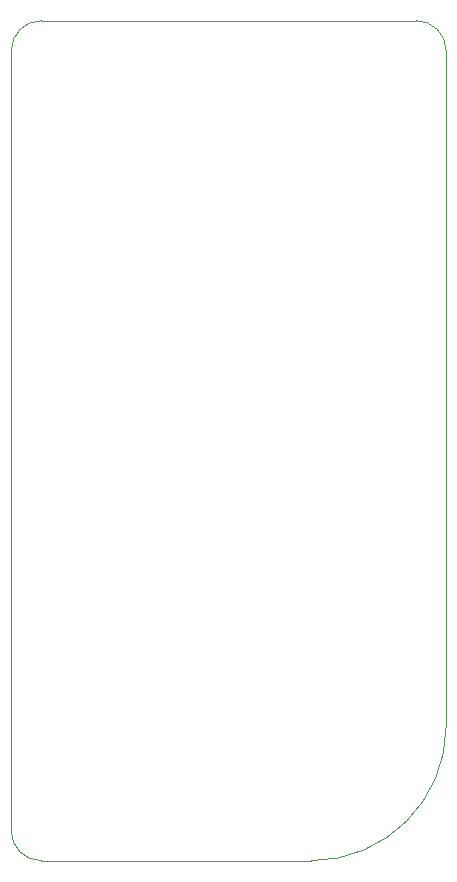
<source format=gbr>
%TF.GenerationSoftware,KiCad,Pcbnew,(5.1.9)-1*%
%TF.CreationDate,2021-01-02T17:40:18-05:00*%
%TF.ProjectId,dsPIC33-schematic,64735049-4333-4332-9d73-6368656d6174,rev?*%
%TF.SameCoordinates,Original*%
%TF.FileFunction,Profile,NP*%
%FSLAX46Y46*%
G04 Gerber Fmt 4.6, Leading zero omitted, Abs format (unit mm)*
G04 Created by KiCad (PCBNEW (5.1.9)-1) date 2021-01-02 17:40:18*
%MOMM*%
%LPD*%
G01*
G04 APERTURE LIST*
%TA.AperFunction,Profile*%
%ADD10C,0.050000*%
%TD*%
G04 APERTURE END LIST*
D10*
X149860000Y-134620000D02*
G75*
G03*
X161290000Y-123190000I0J11430000D01*
G01*
X124460000Y-132080000D02*
G75*
G03*
X127000000Y-134620000I2540000J0D01*
G01*
X127000000Y-63500000D02*
G75*
G03*
X124460000Y-66040000I0J-2540000D01*
G01*
X161290000Y-66040000D02*
G75*
G03*
X158750000Y-63500000I-2540000J0D01*
G01*
X161290000Y-66040000D02*
X161290000Y-123190000D01*
X127000000Y-63500000D02*
X158750000Y-63500000D01*
X124460000Y-132080000D02*
X124460000Y-66040000D01*
X127000000Y-134620000D02*
X149860000Y-134620000D01*
M02*

</source>
